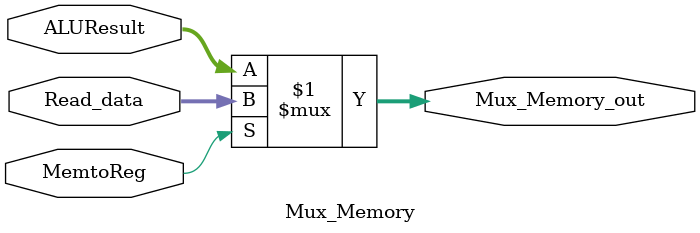
<source format=v>
module Mux_Memory(
    input [31:0] Read_data,
    input [31:0] ALUResult,
    input MemtoReg,
    output [31:0] Mux_Memory_out
);
    assign Mux_Memory_out= (MemtoReg)? Read_data: ALUResult;
endmodule
</source>
